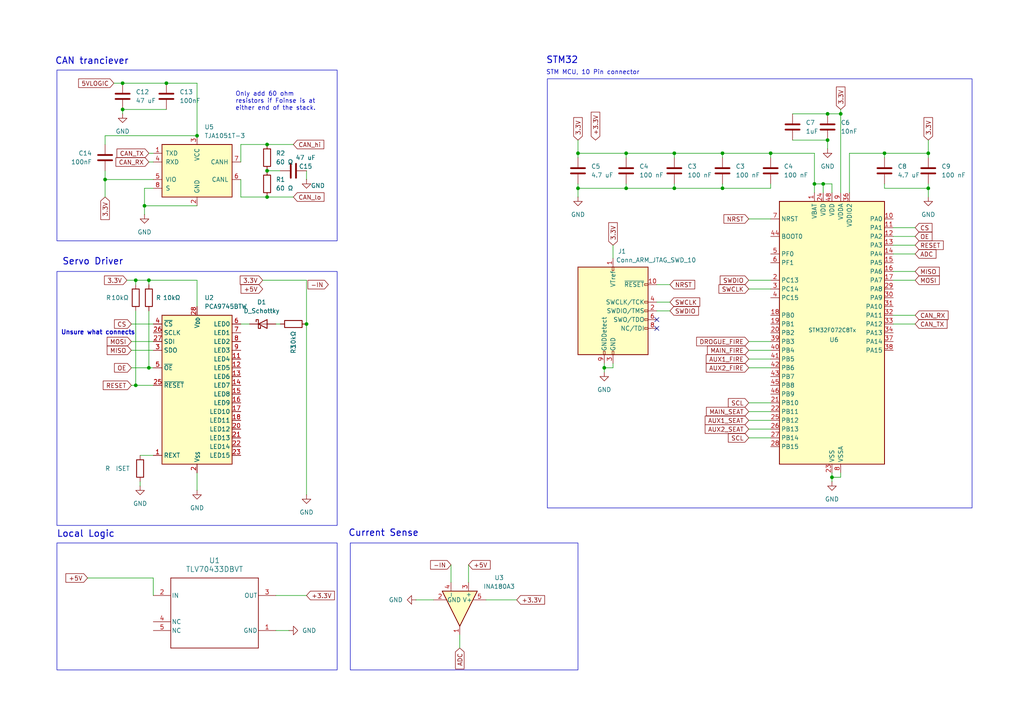
<source format=kicad_sch>
(kicad_sch (version 20250114) (generator "eeschema") (generator_version "9.0")
  (paper "A4")
  (lib_symbols
    (symbol "2026-01-14_10-49-14:TLV70433DBVT" (pin_names (offset 0.254))
      (property "Reference" "U" (at 0 2.54 0))
      (property "Value" "TLV70433DBVT" (at 0 0 0))
      (symbol "TLV70433DBVT_0_1"
        (polyline (pts (xy -12.7 10.16) (xy -12.7 -10.16)) (stroke (width 0.2032)))
        (polyline (pts (xy -12.7 -10.16) (xy 12.7 -10.16)) (stroke (width 0.2032)))
        (polyline (pts (xy 12.7 10.16) (xy -12.7 10.16)) (stroke (width 0.2032)))
        (polyline (pts (xy 12.7 -10.16) (xy 12.7 10.16)) (stroke (width 0.2032)))
        (pin power_in line (at -17.78 5.08 0) (length 5.08) (name "IN") (number "2"))
        (pin unspecified line (at -17.78 -2.54 0) (length 5.08) (name "NC") (number "4"))
        (pin unspecified line (at -17.78 -5.08 0) (length 5.08) (name "NC") (number "5"))
        (pin power_in line (at 17.78 5.08 180) (length 5.08) (name "OUT") (number "3"))
        (pin power_in line (at 17.78 -5.08 180) (length 5.08) (name "GND") (number "1"))
      )
    )
    (symbol "Amplifier_Current:INA180A3" (pin_names (offset 0.127))
      (property "Reference" "U" (at 3.81 3.81 0))
      (property "Value" "INA180A3" (at 3.81 -2.54 0))
      (symbol "INA180A3_0_1"
        (polyline (pts (xy 5.08 0) (xy -5.08 5.08) (xy -5.08 -5.08) (xy 5.08 0)) (stroke (width 0.254)) (fill (type background)))
      )
      (symbol "INA180A3_1_1"
        (pin input line (at -7.62 2.54 0) (length 2.54) (name "+") (number "3"))
        (pin input line (at -7.62 -2.54 0) (length 2.54) (name "-") (number "4"))
        (pin power_in line (at -2.54 7.62 270) (length 3.81) (name "V+") (number "5"))
        (pin power_in line (at -2.54 -7.62 90) (length 3.81) (name "GND") (number "2"))
        (pin output line (at 7.62 0 180) (length 2.54) (name "~") (number "1"))
      )
    )
    (symbol "Connector:Conn_ARM_JTAG_SWD_10" (pin_names (offset 1.016))
      (property "Reference" "J" (at -2.54 16.51 0))
      (property "Value" "Conn_ARM_JTAG_SWD_10" (at -2.54 13.97 0))
      (symbol "Conn_ARM_JTAG_SWD_10_0_1"
        (rectangle (start -10.16 12.7) (end 10.16 -12.7) (stroke (width 0.254)) (fill (type background)))
        (rectangle (start -2.794 -12.7) (end -2.286 -11.684))
        (rectangle (start -0.254 12.7) (end 0.254 11.684))
        (rectangle (start -0.254 -12.7) (end 0.254 -11.684))
        (rectangle (start 9.144 2.286) (end 10.16 2.794))
        (rectangle (start 10.16 7.874) (end 9.144 7.366))
        (rectangle (start 10.16 -0.254) (end 9.144 0.254))
        (rectangle (start 10.16 -2.794) (end 9.144 -2.286))
      )
      (symbol "Conn_ARM_JTAG_SWD_10_1_1"
        (rectangle (start 9.144 -5.334) (end 10.16 -4.826))
        (pin no_connect line (at -10.16 0 0) (length 2.54) (hide yes) (name "KEY") (number "7"))
        (pin passive line (at -2.54 -15.24 90) (length 2.54) (name "GNDDetect") (number "9"))
        (pin power_in line (at 0 15.24 270) (length 2.54) (name "VTref") (number "1"))
        (pin power_in line (at 0 -15.24 90) (length 2.54) (name "GND") (number "3"))
        (pin passive line (at 0 -15.24 90) (length 2.54) (hide yes) (name "GND") (number "5"))
        (pin open_collector line (at 12.7 7.62 180) (length 2.54) (name "~{RESET}") (number "10"))
        (pin output line (at 12.7 2.54 180) (length 2.54) (name "SWCLK/TCK") (number "4"))
        (pin bidirectional line (at 12.7 0 180) (length 2.54) (name "SWDIO/TMS") (number "2"))
        (pin input line (at 12.7 -2.54 180) (length 2.54) (name "SWO/TDO") (number "6"))
        (pin output line (at 12.7 -5.08 180) (length 2.54) (name "NC/TDI") (number "8"))
      )
    )
    (symbol "Device:C" (pin_numbers (hide yes)) (pin_names (offset 0.254))
      (property "Reference" "C" (at 0.635 2.54 0))
      (property "Value" "C" (at 0.635 -2.54 0))
      (symbol "C_0_1"
        (polyline (pts (xy -2.032 0.762) (xy 2.032 0.762)) (stroke (width 0.508)))
        (polyline (pts (xy -2.032 -0.762) (xy 2.032 -0.762)) (stroke (width 0.508)))
      )
      (symbol "C_1_1"
        (pin passive line (at 0 3.81 270) (length 2.794) (name "~") (number "1"))
        (pin passive line (at 0 -3.81 90) (length 2.794) (name "~") (number "2"))
      )
    )
    (symbol "Device:D_Schottky" (pin_numbers (hide yes)) (pin_names (offset 1.016) (hide yes))
      (property "Reference" "D" (at 0 2.54 0))
      (property "Value" "D_Schottky" (at 0 -2.54 0))
      (symbol "D_Schottky_0_1"
        (polyline (pts (xy -1.905 0.635) (xy -1.905 1.27) (xy -1.27 1.27) (xy -1.27 -1.27) (xy -0.635 -1.27) (xy -0.635 -0.635)) (stroke (width 0.254)))
        (polyline (pts (xy 1.27 1.27) (xy 1.27 -1.27) (xy -1.27 0) (xy 1.27 1.27)) (stroke (width 0.254)))
        (polyline (pts (xy 1.27 0) (xy -1.27 0)))
      )
      (symbol "D_Schottky_1_1"
        (pin passive line (at -3.81 0 0) (length 2.54) (name "K") (number "1"))
        (pin passive line (at 3.81 0 180) (length 2.54) (name "A") (number "2"))
      )
    )
    (symbol "Device:R" (pin_numbers (hide yes)) (pin_names (offset 0))
      (property "Reference" "R" (at 2.032 0 90))
      (property "Value" "R" (at 0 0 90))
      (symbol "R_0_1"
        (rectangle (start -1.016 -2.54) (end 1.016 2.54) (stroke (width 0.254)))
      )
      (symbol "R_1_1"
        (pin passive line (at 0 3.81 270) (length 1.27) (name "~") (number "1"))
        (pin passive line (at 0 -3.81 90) (length 1.27) (name "~") (number "2"))
      )
    )
    (symbol "Driver_LED:PCA9745BTW"
      (property "Reference" "U" (at -10.16 24.13 0))
      (property "Value" "PCA9745BTW" (at 2.54 -21.59 0))
      (symbol "PCA9745BTW_0_1"
        (rectangle (start -10.16 22.86) (end 10.16 -20.32) (stroke (width 0.254)) (fill (type background)))
      )
      (symbol "PCA9745BTW_1_1"
        (pin input line (at -12.7 20.32 0) (length 2.54) (name "~{CS}") (number "4"))
        (pin input line (at -12.7 17.78 0) (length 2.54) (name "SCLK") (number "26"))
        (pin input line (at -12.7 15.24 0) (length 2.54) (name "SDI") (number "27"))
        (pin output line (at -12.7 12.7 0) (length 2.54) (name "SDO") (number "3"))
        (pin input line (at -12.7 7.62 0) (length 2.54) (name "~{OE}") (number "5"))
        (pin input line (at -12.7 2.54 0) (length 2.54) (name "~{RESET}") (number "25"))
        (pin input line (at -12.7 -17.78 0) (length 2.54) (name "REXT") (number "1"))
        (pin power_in line (at 0 25.4 270) (length 2.54) (name "V_{DD}") (number "28"))
        (pin passive line (at 0 -22.86 90) (length 2.54) (hide yes) (name "V_{SS}") (number "10"))
        (pin passive line (at 0 -22.86 90) (length 2.54) (hide yes) (name "V_{SS}") (number "19"))
        (pin power_in line (at 0 -22.86 90) (length 2.54) (name "V_{SS}") (number "2"))
        (pin passive line (at 0 -22.86 90) (length 2.54) (hide yes) (name "V_{SS}") (number "24"))
        (pin passive line (at 0 -22.86 90) (length 2.54) (hide yes) (name "V_{SS}") (number "29"))
        (pin open_collector line (at 12.7 20.32 180) (length 2.54) (name "LED0") (number "6"))
        (pin open_collector line (at 12.7 17.78 180) (length 2.54) (name "LED1") (number "7"))
        (pin open_collector line (at 12.7 15.24 180) (length 2.54) (name "LED2") (number "8"))
        (pin open_collector line (at 12.7 12.7 180) (length 2.54) (name "LED3") (number "9"))
        (pin open_collector line (at 12.7 10.16 180) (length 2.54) (name "LED4") (number "11"))
        (pin open_collector line (at 12.7 7.62 180) (length 2.54) (name "LED5") (number "12"))
        (pin open_collector line (at 12.7 5.08 180) (length 2.54) (name "LED6") (number "13"))
        (pin open_collector line (at 12.7 2.54 180) (length 2.54) (name "LED7") (number "14"))
        (pin open_collector line (at 12.7 0 180) (length 2.54) (name "LED8") (number "15"))
        (pin open_collector line (at 12.7 -2.54 180) (length 2.54) (name "LED9") (number "16"))
        (pin open_collector line (at 12.7 -5.08 180) (length 2.54) (name "LED10") (number "17"))
        (pin open_collector line (at 12.7 -7.62 180) (length 2.54) (name "LED11") (number "18"))
        (pin open_collector line (at 12.7 -10.16 180) (length 2.54) (name "LED12") (number "20"))
        (pin open_collector line (at 12.7 -12.7 180) (length 2.54) (name "LED13") (number "21"))
        (pin open_collector line (at 12.7 -15.24 180) (length 2.54) (name "LED14") (number "22"))
        (pin open_collector line (at 12.7 -17.78 180) (length 2.54) (name "LED15") (number "23"))
      )
    )
    (symbol "Interface_CAN_LIN:TJA1051T-3" (pin_names (offset 1.016))
      (property "Reference" "U" (at -10.16 8.89 0))
      (property "Value" "TJA1051T-3" (at 1.27 8.89 0))
      (symbol "TJA1051T-3_0_1"
        (rectangle (start -10.16 7.62) (end 10.16 -7.62) (stroke (width 0.254)) (fill (type background)))
      )
      (symbol "TJA1051T-3_1_1"
        (pin input line (at -12.7 5.08 0) (length 2.54) (name "TXD") (number "1"))
        (pin output line (at -12.7 2.54 0) (length 2.54) (name "RXD") (number "4"))
        (pin power_in line (at -12.7 -2.54 0) (length 2.54) (name "VIO") (number "5"))
        (pin input line (at -12.7 -5.08 0) (length 2.54) (name "S") (number "8"))
        (pin power_in line (at 0 10.16 270) (length 2.54) (name "VCC") (number "3"))
        (pin power_in line (at 0 -10.16 90) (length 2.54) (name "GND") (number "2"))
        (pin bidirectional line (at 12.7 2.54 180) (length 2.54) (name "CANH") (number "7"))
        (pin bidirectional line (at 12.7 -2.54 180) (length 2.54) (name "CANL") (number "6"))
      )
    )
    (symbol "MCU_ST_STM32F0:STM32F072C8Tx"
      (property "Reference" "U" (at -15.24 39.37 0))
      (property "Value" "STM32F072C8Tx" (at 7.62 39.37 0))
      (symbol "STM32F072C8Tx_0_1"
        (rectangle (start -15.24 -38.1) (end 15.24 38.1) (stroke (width 0.254)) (fill (type background)))
      )
      (symbol "STM32F072C8Tx_1_1"
        (pin input line (at -17.78 33.02 0) (length 2.54) (name "NRST") (number "7"))
        (pin input line (at -17.78 27.94 0) (length 2.54) (name "BOOT0") (number "44"))
        (pin bidirectional line (at -17.78 22.86 0) (length 2.54) (name "PF0") (number "5"))
        (pin bidirectional line (at -17.78 20.32 0) (length 2.54) (name "PF1") (number "6"))
        (pin bidirectional line (at -17.78 15.24 0) (length 2.54) (name "PC13") (number "2"))
        (pin bidirectional line (at -17.78 12.7 0) (length 2.54) (name "PC14") (number "3"))
        (pin bidirectional line (at -17.78 10.16 0) (length 2.54) (name "PC15") (number "4"))
        (pin bidirectional line (at -17.78 5.08 0) (length 2.54) (name "PB0") (number "18"))
        (pin bidirectional line (at -17.78 2.54 0) (length 2.54) (name "PB1") (number "19"))
        (pin bidirectional line (at -17.78 0 0) (length 2.54) (name "PB2") (number "20"))
        (pin bidirectional line (at -17.78 -2.54 0) (length 2.54) (name "PB3") (number "39"))
        (pin bidirectional line (at -17.78 -5.08 0) (length 2.54) (name "PB4") (number "40"))
        (pin bidirectional line (at -17.78 -7.62 0) (length 2.54) (name "PB5") (number "41"))
        (pin bidirectional line (at -17.78 -10.16 0) (length 2.54) (name "PB6") (number "42"))
        (pin bidirectional line (at -17.78 -12.7 0) (length 2.54) (name "PB7") (number "43"))
        (pin bidirectional line (at -17.78 -15.24 0) (length 2.54) (name "PB8") (number "45"))
        (pin bidirectional line (at -17.78 -17.78 0) (length 2.54) (name "PB9") (number "46"))
        (pin bidirectional line (at -17.78 -20.32 0) (length 2.54) (name "PB10") (number "21"))
        (pin bidirectional line (at -17.78 -22.86 0) (length 2.54) (name "PB11") (number "22"))
        (pin bidirectional line (at -17.78 -25.4 0) (length 2.54) (name "PB12") (number "25"))
        (pin bidirectional line (at -17.78 -27.94 0) (length 2.54) (name "PB13") (number "26"))
        (pin bidirectional line (at -17.78 -30.48 0) (length 2.54) (name "PB14") (number "27"))
        (pin bidirectional line (at -17.78 -33.02 0) (length 2.54) (name "PB15") (number "28"))
        (pin power_in line (at -5.08 40.64 270) (length 2.54) (name "VBAT") (number "1"))
        (pin power_in line (at -2.54 40.64 270) (length 2.54) (name "VDD") (number "24"))
        (pin power_in line (at 0 40.64 270) (length 2.54) (name "VDD") (number "48"))
        (pin power_in line (at 0 -40.64 90) (length 2.54) (name "VSS") (number "23"))
        (pin passive line (at 0 -40.64 90) (length 2.54) (hide yes) (name "VSS") (number "35"))
        (pin passive line (at 0 -40.64 90) (length 2.54) (hide yes) (name "VSS") (number "47"))
        (pin power_in line (at 2.54 40.64 270) (length 2.54) (name "VDDA") (number "9"))
        (pin power_in line (at 2.54 -40.64 90) (length 2.54) (name "VSSA") (number "8"))
        (pin power_in line (at 5.08 40.64 270) (length 2.54) (name "VDDIO2") (number "36"))
        (pin bidirectional line (at 17.78 33.02 180) (length 2.54) (name "PA0") (number "10"))
        (pin bidirectional line (at 17.78 30.48 180) (length 2.54) (name "PA1") (number "11"))
        (pin bidirectional line (at 17.78 27.94 180) (length 2.54) (name "PA2") (number "12"))
        (pin bidirectional line (at 17.78 25.4 180) (length 2.54) (name "PA3") (number "13"))
        (pin bidirectional line (at 17.78 22.86 180) (length 2.54) (name "PA4") (number "14"))
        (pin bidirectional line (at 17.78 20.32 180) (length 2.54) (name "PA5") (number "15"))
        (pin bidirectional line (at 17.78 17.78 180) (length 2.54) (name "PA6") (number "16"))
        (pin bidirectional line (at 17.78 15.24 180) (length 2.54) (name "PA7") (number "17"))
        (pin bidirectional line (at 17.78 12.7 180) (length 2.54) (name "PA8") (number "29"))
        (pin bidirectional line (at 17.78 10.16 180) (length 2.54) (name "PA9") (number "30"))
        (pin bidirectional line (at 17.78 7.62 180) (length 2.54) (name "PA10") (number "31"))
        (pin bidirectional line (at 17.78 5.08 180) (length 2.54) (name "PA11") (number "32"))
        (pin bidirectional line (at 17.78 2.54 180) (length 2.54) (name "PA12") (number "33"))
        (pin bidirectional line (at 17.78 0 180) (length 2.54) (name "PA13") (number "34"))
        (pin bidirectional line (at 17.78 -2.54 180) (length 2.54) (name "PA14") (number "37"))
        (pin bidirectional line (at 17.78 -5.08 180) (length 2.54) (name "PA15") (number "38"))
      )
    )
    (symbol "power:GND" (power) (pin_numbers (hide yes)) (pin_names (offset 0) (hide yes))
      (property "Value" "GND" (at 0 -3.81 0))
      (symbol "GND_0_1"
        (polyline (pts (xy 0 0) (xy 0 -1.27) (xy 1.27 -1.27) (xy 0 -2.54) (xy -1.27 -1.27) (xy 0 -1.27)))
      )
      (symbol "GND_1_1"
        (pin power_in line (at 0 0 270) (length 0) (name "~") (number "1"))
      )
    )
  )
  (text "Servo Driver\n" (at 26.924 75.946 0) (effects (font (size 1.905 1.905) (thickness 0.254) (bold yes))))
  (text "Local Logic\n" (at 24.892 154.94 0) (effects (font (size 1.905 1.905) (thickness 0.254) (bold yes))))
  (text "CAN tranciever\n" (at 26.67 17.78 0) (effects (font (size 1.905 1.905) (thickness 0.254) (bold yes))))
  (text "STM32" (at 163.068 17.526 0) (effects (font (size 1.905 1.905) (thickness 0.254) (bold yes))))
  (text "Unsure what connects" (at 28.448 96.52 0) (effects (font (size 1.27 1.27) (thickness 0.254) (bold yes))))
  (text "Current Sense\n" (at 111.252 154.686 0) (effects (font (size 1.905 1.905) (thickness 0.254) (bold yes))))
  (text "STM MCU, 10 Pin connector\n" (at 171.958 21.082 0) (effects (font (size 1.27 1.27))))
  (text_box "" (at 101.6 157.48 0) (size 66.04 36.83) (margins 0.9525 0.9525 0.9525 0.9525) (effects (font (size 1.27 1.27)) (justify left top)))
  (text_box "Only add 60 ohm resistors if Foinse is at either end of the stack." (at 67.31 25.4 0) (size 25.4 10.16) (margins 0.9525 0.9525 0.9525 0.9525) (stroke (width -0.0001)) (effects (font (size 1.27 1.27)) (justify left top)))
  (text_box "" (at 16.51 78.74 0) (size 81.28 73.66) (margins 0.9525 0.9525 0.9525 0.9525) (effects (font (size 1.27 1.27)) (justify left top)))
  (text_box "" (at 158.75 22.86 0) (size 123.19 124.46) (margins 0.9525 0.9525 0.9525 0.9525) (effects (font (size 1.27 1.27)) (justify left top)))
  (text_box "" (at 16.51 157.48 0) (size 81.28 36.83) (margins 0.9525 0.9525 0.9525 0.9525) (effects (font (size 1.27 1.27)) (justify left top)))
  (text_box "" (at 16.51 20.32 0) (size 81.28 49.53) (margins 0.9525 0.9525 0.9525 0.9525) (effects (font (size 1.27 1.27)) (justify left top)))
  (junction (at 256.54 44.45))
  (junction (at 43.18 106.68))
  (junction (at 77.47 57.15))
  (junction (at 236.22 53.34))
  (junction (at 77.47 49.53))
  (junction (at 195.58 54.61))
  (junction (at 57.15 39.37))
  (junction (at 39.37 81.28))
  (junction (at 30.48 52.07))
  (junction (at 77.47 41.91))
  (junction (at 175.26 106.68))
  (junction (at 35.56 31.75))
  (junction (at 43.18 81.28))
  (junction (at 269.24 54.61))
  (junction (at 167.64 44.45))
  (junction (at 209.55 44.45))
  (junction (at 241.3 138.43))
  (junction (at 181.61 44.45))
  (junction (at 209.55 54.61))
  (junction (at 223.52 44.45))
  (junction (at 240.03 33.02))
  (junction (at 240.03 40.64))
  (junction (at 35.56 24.13))
  (junction (at 238.76 53.34))
  (junction (at 167.64 54.61))
  (junction (at 48.26 24.13))
  (junction (at 195.58 44.45))
  (junction (at 88.9 93.98))
  (junction (at 41.91 59.69))
  (junction (at 39.37 111.76))
  (junction (at 181.61 54.61))
  (junction (at 269.24 44.45))
  (junction (at 243.84 33.02))
  (no_connect (at 190.5 95.25))
  (no_connect (at 190.5 92.71))
  (wire (pts (xy 241.3 137.16) (xy 241.3 138.43)))
  (wire (pts (xy 133.35 184.15) (xy 133.35 187.96)))
  (wire (pts (xy 243.84 138.43) (xy 243.84 137.16)))
  (wire (pts (xy 35.56 31.75) (xy 48.26 31.75)))
  (wire (pts (xy 30.48 39.37) (xy 57.15 39.37)))
  (wire (pts (xy 57.15 24.13) (xy 57.15 39.37)))
  (wire (pts (xy 217.17 106.68) (xy 223.52 106.68)))
  (wire (pts (xy 36.83 81.28) (xy 39.37 81.28)))
  (wire (pts (xy 69.85 41.91) (xy 69.85 46.99)))
  (wire (pts (xy 167.64 54.61) (xy 167.64 53.34)))
  (wire (pts (xy 209.55 54.61) (xy 209.55 53.34)))
  (wire (pts (xy 217.17 63.5) (xy 223.52 63.5)))
  (wire (pts (xy 217.17 99.06) (xy 223.52 99.06)))
  (wire (pts (xy 195.58 54.61) (xy 209.55 54.61)))
  (wire (pts (xy 43.18 44.45) (xy 44.45 44.45)))
  (wire (pts (xy 195.58 44.45) (xy 209.55 44.45)))
  (wire (pts (xy 269.24 44.45) (xy 256.54 44.45)))
  (wire (pts (xy 177.8 106.68) (xy 177.8 105.41)))
  (wire (pts (xy 48.26 24.13) (xy 57.15 24.13)))
  (wire (pts (xy 240.03 33.02) (xy 229.87 33.02)))
  (wire (pts (xy 40.64 139.7) (xy 40.64 140.97)))
  (wire (pts (xy 238.76 53.34) (xy 241.3 53.34)))
  (wire (pts (xy 269.24 44.45) (xy 269.24 45.72)))
  (wire (pts (xy 175.26 106.68) (xy 175.26 107.95)))
  (wire (pts (xy 167.64 54.61) (xy 181.61 54.61)))
  (wire (pts (xy 217.17 83.82) (xy 223.52 83.82)))
  (wire (pts (xy 135.89 163.83) (xy 135.89 168.91)))
  (wire (pts (xy 69.85 41.91) (xy 77.47 41.91)))
  (wire (pts (xy 223.52 44.45) (xy 236.22 44.45)))
  (wire (pts (xy 38.1 106.68) (xy 43.18 106.68)))
  (wire (pts (xy 43.18 81.28) (xy 43.18 82.55)))
  (wire (pts (xy 256.54 44.45) (xy 246.38 44.45)))
  (wire (pts (xy 85.09 57.15) (xy 77.47 57.15)))
  (wire (pts (xy 120.65 173.99) (xy 125.73 173.99)))
  (wire (pts (xy 259.08 78.74) (xy 265.43 78.74)))
  (wire (pts (xy 240.03 40.64) (xy 240.03 43.18)))
  (wire (pts (xy 38.1 93.98) (xy 44.45 93.98)))
  (wire (pts (xy 241.3 53.34) (xy 241.3 55.88)))
  (wire (pts (xy 57.15 137.16) (xy 57.15 142.24)))
  (wire (pts (xy 44.45 54.61) (xy 41.91 54.61)))
  (wire (pts (xy 181.61 44.45) (xy 181.61 45.72)))
  (wire (pts (xy 88.9 143.51) (xy 88.9 93.98)))
  (wire (pts (xy 69.85 93.98) (xy 72.39 93.98)))
  (wire (pts (xy 77.47 41.91) (xy 85.09 41.91)))
  (wire (pts (xy 269.24 54.61) (xy 269.24 57.15)))
  (wire (pts (xy 38.1 99.06) (xy 44.45 99.06)))
  (wire (pts (xy 259.08 68.58) (xy 265.43 68.58)))
  (wire (pts (xy 41.91 54.61) (xy 41.91 59.69)))
  (wire (pts (xy 30.48 52.07) (xy 44.45 52.07)))
  (wire (pts (xy 167.64 40.64) (xy 167.64 44.45)))
  (wire (pts (xy 175.26 106.68) (xy 177.8 106.68)))
  (wire (pts (xy 209.55 54.61) (xy 223.52 54.61)))
  (wire (pts (xy 217.17 116.84) (xy 223.52 116.84)))
  (wire (pts (xy 57.15 81.28) (xy 57.15 88.9)))
  (wire (pts (xy 259.08 91.44) (xy 265.43 91.44)))
  (wire (pts (xy 39.37 81.28) (xy 39.37 82.55)))
  (wire (pts (xy 30.48 49.53) (xy 30.48 52.07)))
  (wire (pts (xy 43.18 81.28) (xy 57.15 81.28)))
  (wire (pts (xy 35.56 31.75) (xy 35.56 33.02)))
  (wire (pts (xy 259.08 81.28) (xy 265.43 81.28)))
  (wire (pts (xy 41.91 59.69) (xy 41.91 62.23)))
  (wire (pts (xy 38.1 111.76) (xy 39.37 111.76)))
  (wire (pts (xy 217.17 124.46) (xy 223.52 124.46)))
  (wire (pts (xy 38.1 101.6) (xy 44.45 101.6)))
  (wire (pts (xy 80.01 93.98) (xy 81.28 93.98)))
  (wire (pts (xy 259.08 66.04) (xy 265.43 66.04)))
  (wire (pts (xy 175.26 105.41) (xy 175.26 106.68)))
  (wire (pts (xy 181.61 44.45) (xy 195.58 44.45)))
  (wire (pts (xy 88.9 81.28) (xy 76.2 81.28)))
  (wire (pts (xy 30.48 52.07) (xy 30.48 57.15)))
  (wire (pts (xy 195.58 54.61) (xy 195.58 53.34)))
  (wire (pts (xy 243.84 31.75) (xy 243.84 33.02)))
  (wire (pts (xy 190.5 87.63) (xy 194.31 87.63)))
  (wire (pts (xy 80.01 182.88) (xy 83.82 182.88)))
  (wire (pts (xy 88.9 93.98) (xy 88.9 81.28)))
  (wire (pts (xy 40.64 132.08) (xy 44.45 132.08)))
  (wire (pts (xy 236.22 44.45) (xy 236.22 53.34)))
  (wire (pts (xy 140.97 173.99) (xy 149.86 173.99)))
  (wire (pts (xy 209.55 44.45) (xy 223.52 44.45)))
  (wire (pts (xy 39.37 81.28) (xy 43.18 81.28)))
  (wire (pts (xy 43.18 46.99) (xy 44.45 46.99)))
  (wire (pts (xy 259.08 93.98) (xy 265.43 93.98)))
  (wire (pts (xy 77.47 57.15) (xy 69.85 57.15)))
  (wire (pts (xy 236.22 53.34) (xy 236.22 55.88)))
  (wire (pts (xy 223.52 54.61) (xy 223.52 53.34)))
  (wire (pts (xy 44.45 167.64) (xy 44.45 172.72)))
  (wire (pts (xy 69.85 57.15) (xy 69.85 52.07)))
  (wire (pts (xy 269.24 54.61) (xy 269.24 53.34)))
  (wire (pts (xy 35.56 24.13) (xy 48.26 24.13)))
  (wire (pts (xy 217.17 101.6) (xy 223.52 101.6)))
  (wire (pts (xy 167.64 44.45) (xy 181.61 44.45)))
  (wire (pts (xy 259.08 71.12) (xy 265.43 71.12)))
  (wire (pts (xy 217.17 119.38) (xy 223.52 119.38)))
  (wire (pts (xy 269.24 54.61) (xy 256.54 54.61)))
  (wire (pts (xy 77.47 49.53) (xy 81.28 49.53)))
  (wire (pts (xy 190.5 82.55) (xy 194.31 82.55)))
  (wire (pts (xy 33.02 24.13) (xy 35.56 24.13)))
  (wire (pts (xy 167.64 44.45) (xy 167.64 45.72)))
  (wire (pts (xy 177.8 71.12) (xy 177.8 74.93)))
  (wire (pts (xy 256.54 54.61) (xy 256.54 53.34)))
  (wire (pts (xy 241.3 138.43) (xy 243.84 138.43)))
  (wire (pts (xy 243.84 33.02) (xy 243.84 55.88)))
  (wire (pts (xy 39.37 90.17) (xy 39.37 111.76)))
  (wire (pts (xy 30.48 41.91) (xy 30.48 39.37)))
  (wire (pts (xy 195.58 44.45) (xy 195.58 45.72)))
  (wire (pts (xy 167.64 54.61) (xy 167.64 57.15)))
  (wire (pts (xy 88.9 49.53) (xy 88.9 52.07)))
  (wire (pts (xy 43.18 90.17) (xy 43.18 106.68)))
  (wire (pts (xy 25.4 167.64) (xy 44.45 167.64)))
  (wire (pts (xy 259.08 73.66) (xy 265.43 73.66)))
  (wire (pts (xy 181.61 54.61) (xy 181.61 53.34)))
  (wire (pts (xy 43.18 106.68) (xy 44.45 106.68)))
  (wire (pts (xy 246.38 44.45) (xy 246.38 55.88)))
  (wire (pts (xy 80.01 172.72) (xy 88.9 172.72)))
  (wire (pts (xy 236.22 53.34) (xy 238.76 53.34)))
  (wire (pts (xy 223.52 44.45) (xy 223.52 45.72)))
  (wire (pts (xy 181.61 54.61) (xy 195.58 54.61)))
  (wire (pts (xy 240.03 40.64) (xy 229.87 40.64)))
  (wire (pts (xy 217.17 121.92) (xy 223.52 121.92)))
  (wire (pts (xy 241.3 138.43) (xy 241.3 139.7)))
  (wire (pts (xy 190.5 90.17) (xy 194.31 90.17)))
  (wire (pts (xy 39.37 111.76) (xy 44.45 111.76)))
  (wire (pts (xy 243.84 33.02) (xy 240.03 33.02)))
  (wire (pts (xy 209.55 44.45) (xy 209.55 45.72)))
  (wire (pts (xy 217.17 81.28) (xy 223.52 81.28)))
  (wire (pts (xy 256.54 44.45) (xy 256.54 45.72)))
  (wire (pts (xy 238.76 55.88) (xy 238.76 53.34)))
  (wire (pts (xy 130.81 163.83) (xy 130.81 168.91)))
  (wire (pts (xy 217.17 104.14) (xy 223.52 104.14)))
  (wire (pts (xy 217.17 127) (xy 223.52 127)))
  (wire (pts (xy 41.91 59.69) (xy 57.15 59.69)))
  (wire (pts (xy 269.24 40.64) (xy 269.24 44.45)))
  (global_label "AUX2_FIRE" (shape input) (at 217.17 106.68 180) (property "Intersheetrefs" "${INTERSHEET_REFS}" (effects (hide yes))))
  (global_label "AUX2_SEAT" (shape input) (at 217.17 124.46 180) (property "Intersheetrefs" "${INTERSHEET_REFS}" (effects (hide yes))))
  (global_label "MOSI" (shape input) (at 38.1 99.06 180) (property "Intersheetrefs" "${INTERSHEET_REFS}" (effects (hide yes))))
  (global_label "-IN" (shape input) (at 95.25 82.55 180) (property "Intersheetrefs" "${INTERSHEET_REFS}" (effects (hide yes))))
  (global_label "MISO" (shape input) (at 38.1 101.6 180) (property "Intersheetrefs" "${INTERSHEET_REFS}" (effects (hide yes))))
  (global_label "3.3V" (shape input) (at 269.24 40.64 90) (property "Intersheetrefs" "${INTERSHEET_REFS}" (effects (hide yes))))
  (global_label "3.3V" (shape input) (at 36.83 81.28 180) (property "Intersheetrefs" "${INTERSHEET_REFS}" (effects (hide yes))))
  (global_label "NRST" (shape input) (at 194.31 82.55 0) (property "Intersheetrefs" "${INTERSHEET_REFS}" (effects (hide yes))))
  (global_label "3.3V" (shape input) (at 167.64 40.64 90) (property "Intersheetrefs" "${INTERSHEET_REFS}" (effects (hide yes))))
  (global_label "CAN_RX" (shape input) (at 265.43 91.44 0) (property "Intersheetrefs" "${INTERSHEET_REFS}" (effects (hide yes))))
  (global_label "SWDIO" (shape input) (at 217.17 81.28 180) (property "Intersheetrefs" "${INTERSHEET_REFS}" (effects (hide yes))))
  (global_label "AUX1_SEAT" (shape input) (at 217.17 121.92 180) (property "Intersheetrefs" "${INTERSHEET_REFS}" (effects (hide yes))))
  (global_label "CAN_TX" (shape input) (at 43.18 44.45 180) (property "Intersheetrefs" "${INTERSHEET_REFS}" (effects (hide yes))))
  (global_label "3.3V" (shape input) (at 177.8 71.12 90) (property "Intersheetrefs" "${INTERSHEET_REFS}" (effects (hide yes))))
  (global_label "MAIN_FIRE" (shape input) (at 217.17 101.6 180) (property "Intersheetrefs" "${INTERSHEET_REFS}" (effects (hide yes))))
  (global_label "+5V" (shape input) (at 135.89 163.83 0) (property "Intersheetrefs" "${INTERSHEET_REFS}" (effects (hide yes))))
  (global_label "SCL" (shape input) (at 217.17 116.84 180) (property "Intersheetrefs" "${INTERSHEET_REFS}" (effects (hide yes))))
  (global_label "CS" (shape input) (at 38.1 93.98 180) (property "Intersheetrefs" "${INTERSHEET_REFS}" (effects (hide yes))))
  (global_label "MOSI" (shape input) (at 265.43 81.28 0) (property "Intersheetrefs" "${INTERSHEET_REFS}" (effects (hide yes))))
  (global_label "-IN" (shape input) (at 130.81 163.83 180) (property "Intersheetrefs" "${INTERSHEET_REFS}" (effects (hide yes))))
  (global_label "SWCLK" (shape input) (at 217.17 83.82 180) (property "Intersheetrefs" "${INTERSHEET_REFS}" (effects (hide yes))))
  (global_label "+5V" (shape input) (at 25.4 167.64 180) (property "Intersheetrefs" "${INTERSHEET_REFS}" (effects (hide yes))))
  (global_label "CAN_lo" (shape input) (at 85.09 57.15 0) (property "Intersheetrefs" "${INTERSHEET_REFS}" (effects (hide yes))))
  (global_label "OE" (shape input) (at 38.1 106.68 180) (property "Intersheetrefs" "${INTERSHEET_REFS}" (effects (hide yes))))
  (global_label "3.3V" (shape input) (at 76.2 81.28 180) (property "Intersheetrefs" "${INTERSHEET_REFS}" (effects (hide yes))))
  (global_label "SWCLK" (shape input) (at 194.31 87.63 0) (property "Intersheetrefs" "${INTERSHEET_REFS}" (effects (hide yes))))
  (global_label "CAN_hi" (shape input) (at 85.09 41.91 0) (property "Intersheetrefs" "${INTERSHEET_REFS}" (effects (hide yes))))
  (global_label "OE" (shape input) (at 265.43 68.58 0) (property "Intersheetrefs" "${INTERSHEET_REFS}" (effects (hide yes))))
  (global_label "CAN_TX" (shape input) (at 265.43 93.98 0) (property "Intersheetrefs" "${INTERSHEET_REFS}" (effects (hide yes))))
  (global_label "DROGUE_FIRE" (shape input) (at 217.17 99.06 180) (property "Intersheetrefs" "${INTERSHEET_REFS}" (effects (hide yes))))
  (global_label "MAIN_SEAT" (shape input) (at 217.17 119.38 180) (property "Intersheetrefs" "${INTERSHEET_REFS}" (effects (hide yes))))
  (global_label "AUX1_FIRE" (shape input) (at 217.17 104.14 180) (property "Intersheetrefs" "${INTERSHEET_REFS}" (effects (hide yes))))
  (global_label "+3.3V" (shape input) (at 149.86 173.99 0) (property "Intersheetrefs" "${INTERSHEET_REFS}" (effects (hide yes))))
  (global_label "+5V" (shape input) (at 76.2 83.82 180) (property "Intersheetrefs" "${INTERSHEET_REFS}" (effects (hide yes))))
  (global_label "CS" (shape input) (at 265.43 66.04 0) (property "Intersheetrefs" "${INTERSHEET_REFS}" (effects (hide yes))))
  (global_label "5VLOGIC" (shape input) (at 33.02 24.13 180) (property "Intersheetrefs" "${INTERSHEET_REFS}" (effects (hide yes))))
  (global_label "CAN_RX" (shape input) (at 43.18 46.99 180) (property "Intersheetrefs" "${INTERSHEET_REFS}" (effects (hide yes))))
  (global_label "3.3V" (shape input) (at 30.48 57.15 270) (property "Intersheetrefs" "${INTERSHEET_REFS}" (effects (hide yes))))
  (global_label "ADC" (shape input) (at 133.35 187.96 270) (property "Intersheetrefs" "${INTERSHEET_REFS}" (effects (hide yes))))
  (global_label "+3.3V" (shape input) (at 88.9 172.72 0) (property "Intersheetrefs" "${INTERSHEET_REFS}" (effects (hide yes))))
  (global_label "RESET" (shape input) (at 38.1 111.76 180) (property "Intersheetrefs" "${INTERSHEET_REFS}" (effects (hide yes))))
  (global_label "SWDIO" (shape input) (at 194.31 90.17 0) (property "Intersheetrefs" "${INTERSHEET_REFS}" (effects (hide yes))))
  (global_label "RESET" (shape input) (at 265.43 71.12 0) (property "Intersheetrefs" "${INTERSHEET_REFS}" (effects (hide yes))))
  (global_label "3.3V" (shape input) (at 243.84 31.75 90) (property "Intersheetrefs" "${INTERSHEET_REFS}" (effects (hide yes))))
  (global_label "+3.3V" (shape input) (at 172.72 40.64 90) (property "Intersheetrefs" "${INTERSHEET_REFS}" (effects (hide yes))))
  (global_label "ADC" (shape input) (at 265.43 73.66 0) (property "Intersheetrefs" "${INTERSHEET_REFS}" (effects (hide yes))))
  (global_label "MISO" (shape input) (at 265.43 78.74 0) (property "Intersheetrefs" "${INTERSHEET_REFS}" (effects (hide yes))))
  (global_label "NRST" (shape input) (at 217.17 63.5 180) (property "Intersheetrefs" "${INTERSHEET_REFS}" (effects (hide yes))))
  (global_label "SCL" (shape input) (at 217.17 127 180) (property "Intersheetrefs" "${INTERSHEET_REFS}" (effects (hide yes))))
  (symbol (lib_id "power:GND") (at 241.3 139.7 0) (unit 1)
    (property "Reference" "#PWR06" (effects (hide yes)))
    (property "Value" "GND" (at 241.3 144.78 0))
    (property "Description" "Power symbol creates a global label with name \"GND\" , ground" (effects (hide yes)))
  )
  (symbol (lib_id "Device:R") (at 43.18 86.36 0) (unit 1)
    (property "Reference" "R" (at 45.212 86.36 0) (effects (justify left)))
    (property "Value" "10kΩ" (at 47.244 86.36 0) (effects (justify left)))
    (property "Description" "Resistor" (effects (hide yes)))
  )
  (symbol (lib_id "Amplifier_Current:INA180A3") (at 133.35 176.53 270) (unit 1)
    (property "Reference" "U3" (at 144.78 167.5698 90))
    (property "Value" "INA180A3" (at 144.78 170.1098 90))
    (property "Footprint" "Package_TO_SOT_SMD:SOT-23-5" (effects (hide yes)))
    (property "Datasheet" "http://www.ti.com/lit/ds/symlink/ina180.pdf" (effects (hide yes)))
    (property "Description" "Current Sense Amplifier, 1 Circuit, Rail-to-Rail, 26V, Gain 100 V/V, SOT-23-5" (effects (hide yes)))
  )
  (symbol (lib_id "Connector:Conn_ARM_JTAG_SWD_10") (at 177.8 90.17 0) (unit 1)
    (property "Reference" "J1" (at 181.61 72.898 0) (effects (justify right)))
    (property "Value" "Conn_ARM_JTAG_SWD_10" (at 201.93 75.438 0) (effects (justify right)))
    (property "Datasheet" "http://infocenter.arm.com/help/topic/com.arm.doc.ddi0314h/DDI0314H_coresight_components_trm.pdf" (effects (hide yes)))
    (property "Description" "Cortex Debug Connector, standard ARM Cortex-M SWD and JTAG interface" (effects (hide yes)))
  )
  (symbol (lib_id "Device:C") (at 223.52 49.53 0) (unit 1)
    (property "Reference" "C4" (at 227.33 48.2599 0) (effects (justify left)))
    (property "Value" "100 nF" (at 227.33 50.7999 0) (effects (justify left)))
    (property "Description" "Unpolarized capacitor" (effects (hide yes)))
  )
  (symbol (lib_id "Device:C") (at 269.24 49.53 0) (unit 1)
    (property "Reference" "C9" (at 273.05 48.2599 0) (effects (justify left)))
    (property "Value" "100 nF" (at 273.05 50.7999 0) (effects (justify left)))
    (property "Description" "Unpolarized capacitor" (effects (hide yes)))
  )
  (symbol (lib_id "power:GND") (at 120.65 173.99 270) (unit 1)
    (property "Reference" "#PWR03" (effects (hide yes)))
    (property "Value" "GND" (at 116.84 173.9899 90) (effects (justify right)))
    (property "Description" "Power symbol creates a global label with name \"GND\" , ground" (effects (hide yes)))
  )
  (symbol (lib_id "power:GND") (at 40.64 140.97 0) (unit 1)
    (property "Reference" "#PWR07" (effects (hide yes)))
    (property "Value" "GND" (at 40.64 146.05 0))
    (property "Description" "Power symbol creates a global label with name \"GND\" , ground" (effects (hide yes)))
  )
  (symbol (lib_id "MCU_ST_STM32F0:STM32F072C8Tx") (at 241.3 96.52 0) (unit 1)
    (property "Reference" "U6" (at 240.538 98.552 0) (effects (justify left)))
    (property "Value" "STM32F072C8Tx" (at 234.442 95.758 0) (effects (font (size 1.143 1.143)) (justify left)))
    (property "Footprint" "Package_QFP:LQFP-48_7x7mm_P0.5mm" (effects (hide yes)))
    (property "Datasheet" "https://www.st.com/resource/en/datasheet/stm32f072c8.pdf" (effects (hide yes)))
    (property "Description" "STMicroelectronics Arm Cortex-M0 MCU, 64KB flash, 16KB RAM, 48 MHz, 2.0-3.6V, 37 GPIO, LQFP48" (effects (hide yes)))
  )
  (symbol (lib_id "Device:R") (at 39.37 86.36 0) (unit 1)
    (property "Reference" "R" (at 30.734 86.36 0) (effects (justify left)))
    (property "Value" "10kΩ" (at 32.258 86.36 0) (effects (justify left)))
    (property "Description" "Resistor" (effects (hide yes)))
  )
  (symbol (lib_id "power:GND") (at 88.9 52.07 0) (unit 1)
    (property "Reference" "#PWR015" (effects (hide yes)))
    (property "Value" "GND" (at 92.202 53.848 0))
    (property "Description" "Power symbol creates a global label with name \"GND\" , ground" (effects (hide yes)))
  )
  (symbol (lib_id "Device:R") (at 40.64 135.89 0) (unit 1)
    (property "Reference" "R" (at 30.48 135.89 0) (effects (justify left)))
    (property "Value" "ISET" (at 33.528 135.89 0) (effects (justify left)))
    (property "Description" "Resistor" (effects (hide yes)))
  )
  (symbol (lib_id "power:GND") (at 88.9 143.51 0) (unit 1)
    (property "Reference" "#PWR01" (effects (hide yes)))
    (property "Value" "GND" (at 88.9 148.59 0))
    (property "Description" "Power symbol creates a global label with name \"GND\" , ground" (effects (hide yes)))
  )
  (symbol (lib_id "Device:C") (at 30.48 45.72 0) (mirror x) (unit 1)
    (property "Reference" "C14" (at 26.67 44.4499 0) (effects (justify right)))
    (property "Value" "100nF" (at 26.67 46.9899 0) (effects (justify right)))
    (property "Description" "Unpolarized capacitor" (effects (hide yes)))
  )
  (symbol (lib_id "2026-01-14_10-49-14:TLV70433DBVT") (at 62.23 177.8 0) (unit 1)
    (property "Reference" "U1" (at 62.23 162.56 0) (effects (font (size 1.524 1.524))))
    (property "Value" "TLV70433DBVT" (at 62.23 165.1 0) (effects (font (size 1.524 1.524))))
    (property "Footprint" "DBV0005A_N" (effects (hide yes)))
    (property "Datasheet" "https://www.ti.com/lit/gpn/tlv704" (effects (hide yes)))
  )
  (symbol (lib_id "Device:C") (at 229.87 36.83 0) (mirror y) (unit 1)
    (property "Reference" "C7" (at 233.68 35.5599 0) (effects (justify right)))
    (property "Value" "1uF" (at 233.68 38.0999 0) (effects (justify right)))
    (property "Description" "Unpolarized capacitor" (effects (hide yes)))
  )
  (symbol (lib_id "power:GND") (at 83.82 182.88 90) (unit 1)
    (property "Reference" "#PWR02" (effects (hide yes)))
    (property "Value" "GND" (at 87.63 182.8799 90) (effects (justify right)))
    (property "Description" "Power symbol creates a global label with name \"GND\" , ground" (effects (hide yes)))
  )
  (symbol (lib_id "Interface_CAN_LIN:TJA1051T-3") (at 57.15 49.53 0) (unit 1)
    (property "Reference" "U5" (at 59.2933 36.83 0) (effects (justify left)))
    (property "Value" "TJA1051T-3" (at 59.2933 39.37 0) (effects (justify left)))
    (property "Footprint" "Package_SO:SOIC-8_3.9x4.9mm_P1.27mm" (effects (hide yes)))
    (property "Datasheet" "http://www.nxp.com/docs/en/data-sheet/TJA1051.pdf" (effects (hide yes)))
    (property "Description" "High-Speed CAN Transceiver, separate VIO, silent mode, SOIC-8" (effects (hide yes)))
  )
  (symbol (lib_id "Device:C") (at 195.58 49.53 0) (unit 1)
    (property "Reference" "C3" (at 199.39 48.2599 0) (effects (justify left)))
    (property "Value" "100 nF" (at 199.39 50.7999 0) (effects (justify left)))
    (property "Description" "Unpolarized capacitor" (effects (hide yes)))
  )
  (symbol (lib_id "Device:C") (at 256.54 49.53 0) (unit 1)
    (property "Reference" "C8" (at 260.35 48.2599 0) (effects (justify left)))
    (property "Value" "4.7 uF" (at 260.35 50.7999 0) (effects (justify left)))
    (property "Description" "Unpolarized capacitor" (effects (hide yes)))
  )
  (symbol (lib_id "Device:C") (at 48.26 27.94 0) (unit 1)
    (property "Reference" "C13" (at 52.07 26.6699 0) (effects (justify left)))
    (property "Value" "100nF" (at 52.07 29.2099 0) (effects (justify left)))
    (property "Description" "Unpolarized capacitor" (effects (hide yes)))
  )
  (symbol (lib_id "Device:C") (at 167.64 49.53 0) (unit 1)
    (property "Reference" "C5" (at 171.45 48.2599 0) (effects (justify left)))
    (property "Value" "4.7 uF" (at 171.45 50.7999 0) (effects (justify left)))
    (property "Description" "Unpolarized capacitor" (effects (hide yes)))
  )
  (symbol (lib_id "Device:R") (at 77.47 45.72 0) (unit 1)
    (property "Reference" "R2" (at 80.01 44.4499 0) (effects (justify left)))
    (property "Value" "60 Ω" (at 80.01 46.9899 0) (effects (justify left)))
    (property "Description" "Resistor" (effects (hide yes)))
  )
  (symbol (lib_id "power:GND") (at 240.03 43.18 0) (mirror y) (unit 1)
    (property "Reference" "#PWR05" (effects (hide yes)))
    (property "Value" "GND" (at 240.03 48.26 0))
    (property "Description" "Power symbol creates a global label with name \"GND\" , ground" (effects (hide yes)))
  )
  (symbol (lib_id "power:GND") (at 41.91 62.23 0) (unit 1)
    (property "Reference" "#PWR013" (effects (hide yes)))
    (property "Value" "GND" (at 41.91 67.31 0))
    (property "Description" "Power symbol creates a global label with name \"GND\" , ground" (effects (hide yes)))
  )
  (symbol (lib_id "power:GND") (at 35.56 33.02 0) (unit 1)
    (property "Reference" "#PWR014" (effects (hide yes)))
    (property "Value" "GND" (at 35.56 38.1 0))
    (property "Description" "Power symbol creates a global label with name \"GND\" , ground" (effects (hide yes)))
  )
  (symbol (lib_id "Device:D_Schottky") (at 76.2 93.98 0) (unit 1)
    (property "Reference" "D1" (at 75.8825 87.63 0))
    (property "Value" "D_Schottky" (at 75.8825 90.17 0))
    (property "Description" "Schottky diode" (effects (hide yes)))
  )
  (symbol (lib_id "power:GND") (at 57.15 142.24 0) (unit 1)
    (property "Reference" "#PWR08" (effects (hide yes)))
    (property "Value" "GND" (at 57.15 147.32 0))
    (property "Description" "Power symbol creates a global label with name \"GND\" , ground" (effects (hide yes)))
  )
  (symbol (lib_id "Device:C") (at 85.09 49.53 90) (mirror x) (unit 1)
    (property "Reference" "C15" (at 88.646 48.26 90))
    (property "Value" "47 uF" (at 88.646 45.72 90))
    (property "Description" "Unpolarized capacitor" (effects (hide yes)))
  )
  (symbol (lib_id "power:GND") (at 167.64 57.15 0) (unit 1)
    (property "Reference" "#PWR0101" (effects (hide yes)))
    (property "Value" "GND" (at 167.64 62.23 0))
    (property "Description" "Power symbol creates a global label with name \"GND\" , ground" (effects (hide yes)))
  )
  (symbol (lib_id "Device:R") (at 77.47 53.34 0) (unit 1)
    (property "Reference" "R1" (at 80.01 52.0699 0) (effects (justify left)))
    (property "Value" "60 Ω" (at 80.01 54.6099 0) (effects (justify left)))
    (property "Description" "Resistor" (effects (hide yes)))
  )
  (symbol (lib_id "Device:C") (at 240.03 36.83 0) (mirror y) (unit 1)
    (property "Reference" "C6" (at 243.84 35.5599 0) (effects (justify right)))
    (property "Value" "10nF" (at 243.84 38.0999 0) (effects (justify right)))
    (property "Description" "Unpolarized capacitor" (effects (hide yes)))
  )
  (symbol (lib_id "Device:C") (at 181.61 49.53 0) (unit 1)
    (property "Reference" "C4" (at 185.42 48.2599 0) (effects (justify left)))
    (property "Value" "100 nF" (at 185.42 50.7999 0) (effects (justify left)))
    (property "Description" "Unpolarized capacitor" (effects (hide yes)))
  )
  (symbol (lib_id "Device:R") (at 85.09 93.98 90) (unit 1)
    (property "Reference" "R3" (at 85.09 102.616 0) (effects (justify left)))
    (property "Value" "10kΩ" (at 85.09 101.092 0) (effects (justify left)))
    (property "Description" "Resistor" (effects (hide yes)))
  )
  (symbol (lib_id "Device:C") (at 35.56 27.94 0) (unit 1)
    (property "Reference" "C12" (at 39.37 26.6699 0) (effects (justify left)))
    (property "Value" "47 uF" (at 39.37 29.2099 0) (effects (justify left)))
    (property "Description" "Unpolarized capacitor" (effects (hide yes)))
  )
  (symbol (lib_id "Driver_LED:PCA9745BTW") (at 57.15 114.3 0) (unit 1)
    (property "Reference" "U2" (at 59.2933 86.36 0) (effects (justify left)))
    (property "Value" "PCA9745BTW" (at 59.2933 88.9 0) (effects (justify left)))
    (property "Footprint" "Package_SO:NXP_HTSSOP-28-1EP_4.4x9.7mm_P0.65mm_EP2.2x3.4mm" (effects (hide yes)))
    (property "Datasheet" "https://www.nxp.com/docs/en/data-sheet/PCA9745B.pdf" (effects (hide yes)))
    (property "Description" "16-channel, 8-bit PWM, Constant Current, Dimming, LED controller, SPI, HTSSOP-28" (effects (hide yes)))
  )
  (symbol (lib_id "power:GND") (at 175.26 107.95 0) (unit 1)
    (property "Reference" "#PWR012" (effects (hide yes)))
    (property "Value" "GND" (at 175.26 113.03 0))
    (property "Description" "Power symbol creates a global label with name \"GND\" , ground" (effects (hide yes)))
  )
  (symbol (lib_id "power:GND") (at 269.24 57.15 0) (mirror y) (unit 1)
    (property "Reference" "#PWR04" (effects (hide yes)))
    (property "Value" "GND" (at 269.24 62.23 0))
    (property "Description" "Power symbol creates a global label with name \"GND\" , ground" (effects (hide yes)))
  )
  (symbol (lib_id "Device:C") (at 209.55 49.53 0) (unit 1)
    (property "Reference" "C3" (at 213.36 48.2599 0) (effects (justify left)))
    (property "Value" "100 nF" (at 213.36 50.7999 0) (effects (justify left)))
    (property "Description" "Unpolarized capacitor" (effects (hide yes)))
  )
)
</source>
